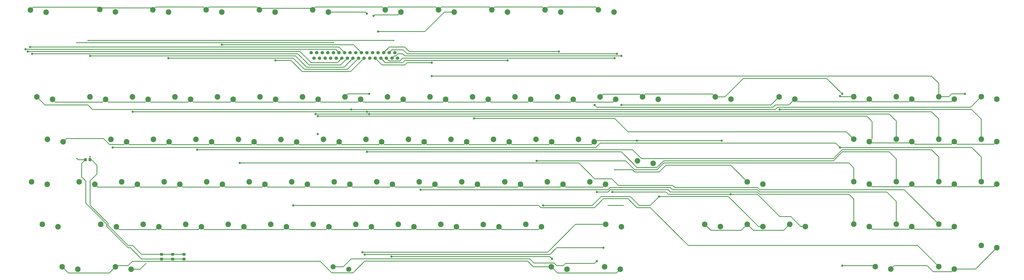
<source format=gbr>
%TF.GenerationSoftware,KiCad,Pcbnew,8.0.1*%
%TF.CreationDate,2024-06-20T10:56:08+10:00*%
%TF.ProjectId,A1200KBv2,41313230-304b-4427-9632-2e6b69636164,rev?*%
%TF.SameCoordinates,Original*%
%TF.FileFunction,Copper,L1,Top*%
%TF.FilePolarity,Positive*%
%FSLAX46Y46*%
G04 Gerber Fmt 4.6, Leading zero omitted, Abs format (unit mm)*
G04 Created by KiCad (PCBNEW 8.0.1) date 2024-06-20 10:56:08*
%MOMM*%
%LPD*%
G01*
G04 APERTURE LIST*
G04 Aperture macros list*
%AMRoundRect*
0 Rectangle with rounded corners*
0 $1 Rounding radius*
0 $2 $3 $4 $5 $6 $7 $8 $9 X,Y pos of 4 corners*
0 Add a 4 corners polygon primitive as box body*
4,1,4,$2,$3,$4,$5,$6,$7,$8,$9,$2,$3,0*
0 Add four circle primitives for the rounded corners*
1,1,$1+$1,$2,$3*
1,1,$1+$1,$4,$5*
1,1,$1+$1,$6,$7*
1,1,$1+$1,$8,$9*
0 Add four rect primitives between the rounded corners*
20,1,$1+$1,$2,$3,$4,$5,0*
20,1,$1+$1,$4,$5,$6,$7,0*
20,1,$1+$1,$6,$7,$8,$9,0*
20,1,$1+$1,$8,$9,$2,$3,0*%
G04 Aperture macros list end*
%TA.AperFunction,ComponentPad*%
%ADD10C,2.300000*%
%TD*%
%TA.AperFunction,ComponentPad*%
%ADD11C,2.500000*%
%TD*%
%TA.AperFunction,SMDPad,CuDef*%
%ADD12RoundRect,0.250000X-0.450000X0.325000X-0.450000X-0.325000X0.450000X-0.325000X0.450000X0.325000X0*%
%TD*%
%TA.AperFunction,SMDPad,CuDef*%
%ADD13RoundRect,0.250000X0.325000X0.450000X-0.325000X0.450000X-0.325000X-0.450000X0.325000X-0.450000X0*%
%TD*%
%TA.AperFunction,ComponentPad*%
%ADD14C,1.524000*%
%TD*%
%TA.AperFunction,ViaPad*%
%ADD15C,0.600000*%
%TD*%
%TA.AperFunction,ViaPad*%
%ADD16C,1.000000*%
%TD*%
%TA.AperFunction,Conductor*%
%ADD17C,0.300000*%
%TD*%
G04 APERTURE END LIST*
D10*
%TO.P,K32,2,ROW*%
%TO.N,/3*%
X173858000Y-144616800D03*
%TO.P,K32,1,COL*%
%TO.N,/27*%
X166858000Y-143566800D03*
%TD*%
D11*
%TO.P,K1,1,COL*%
%TO.N,/15*%
X38244000Y-29408000D03*
%TO.P,K1,2,ROW*%
%TO.N,/7*%
X31244000Y-28358000D03*
%TD*%
%TO.P,K60,2,ROW*%
%TO.N,/3*%
X260218000Y-125566800D03*
%TO.P,K60,1,COL*%
%TO.N,/25*%
X253218000Y-124516800D03*
%TD*%
%TO.P,K8,2,ROW*%
%TO.N,/1*%
X74290000Y-87466800D03*
%TO.P,K8,1,COL*%
%TO.N,/16*%
X67290000Y-86416800D03*
%TD*%
%TO.P,K56,2,ROW*%
%TO.N,/7*%
X238000000Y-28260000D03*
%TO.P,K56,1,COL*%
%TO.N,/26*%
X245000000Y-29310000D03*
%TD*%
%TO.P,K64,2,ROW*%
%TO.N,/1*%
X283840000Y-87466800D03*
%TO.P,K64,1,COL*%
%TO.N,/27*%
X276840000Y-86416800D03*
%TD*%
%TO.P,K68,2,ROW*%
%TO.N,/7*%
X285752000Y-28260000D03*
%TO.P,K68,1,COL*%
%TO.N,/28*%
X292752000Y-29310000D03*
%TD*%
%TO.P,K53,2,ROW*%
%TO.N,/1*%
X245740000Y-87466800D03*
%TO.P,K53,1,COL*%
%TO.N,/25*%
X238740000Y-86416800D03*
%TD*%
%TO.P,K81,2,ROW*%
%TO.N,/4*%
X407144000Y-106418400D03*
%TO.P,K81,1,COL*%
%TO.N,/26*%
X400144000Y-105368400D03*
%TD*%
%TO.P,K26,2,ROW*%
%TO.N,/3*%
X126868000Y-125566800D03*
%TO.P,K26,1,COL*%
%TO.N,/18*%
X119868000Y-124516800D03*
%TD*%
D12*
%TO.P,D3,1,K*%
%TO.N,Net-(D1-K)*%
X95000000Y-137975000D03*
%TO.P,D3,2,A*%
%TO.N,Net-(D1-A)*%
X95000000Y-140025000D03*
%TD*%
D11*
%TO.P,K41,2,ROW*%
%TO.N,/3*%
X184018000Y-125566800D03*
%TO.P,K41,1,COL*%
%TO.N,/21*%
X177018000Y-124516800D03*
%TD*%
%TO.P,K34,2,ROW*%
%TO.N,/5*%
X160142000Y-68416800D03*
%TO.P,K34,1,COL*%
%TO.N,/21*%
X153142000Y-67366800D03*
%TD*%
%TO.P,K13,2,ROW*%
%TO.N,/5*%
X83942000Y-68416800D03*
%TO.P,K13,1,COL*%
%TO.N,/17*%
X76942000Y-67366800D03*
%TD*%
%TO.P,K58,2,ROW*%
%TO.N,/1*%
X264790000Y-87466800D03*
%TO.P,K58,1,COL*%
%TO.N,/26*%
X257790000Y-86416800D03*
%TD*%
%TO.P,K52,2,ROW*%
%TO.N,/5*%
X236342000Y-68416800D03*
%TO.P,K52,1,COL*%
%TO.N,/25*%
X229342000Y-67366800D03*
%TD*%
%TO.P,K18,2,ROW*%
%TO.N,/5*%
X102992000Y-68416800D03*
%TO.P,K18,1,COL*%
%TO.N,/18*%
X95992000Y-67366800D03*
%TD*%
%TO.P,K88,2,ROW*%
%TO.N,/7*%
X445244000Y-68318400D03*
%TO.P,K88,1,COL*%
%TO.N,/24*%
X438244000Y-67268400D03*
%TD*%
%TO.P,K51,2,ROW*%
%TO.N,/7*%
X214124000Y-28260000D03*
%TO.P,K51,1,COL*%
%TO.N,/25*%
X221124000Y-29310000D03*
%TD*%
%TO.P,K12,2,ROW*%
%TO.N,/14*%
X76322000Y-144616800D03*
%TO.P,K12,1,COL*%
%TO.N,/30*%
X69322000Y-143566800D03*
%TD*%
%TO.P,K70,2,ROW*%
%TO.N,/2*%
X288920000Y-106516800D03*
%TO.P,K70,1,COL*%
%TO.N,/27*%
X281920000Y-105466800D03*
%TD*%
%TO.P,K2,2,ROW*%
%TO.N,/5*%
X41114000Y-68416800D03*
%TO.P,K2,1,COL*%
%TO.N,/15*%
X34114000Y-67366800D03*
%TD*%
%TO.P,K25,2,ROW*%
%TO.N,/2*%
X117216000Y-106516800D03*
%TO.P,K25,1,COL*%
%TO.N,/18*%
X110216000Y-105466800D03*
%TD*%
%TO.P,K17,2,ROW*%
%TO.N,/7*%
X86108000Y-28260000D03*
%TO.P,K17,1,COL*%
%TO.N,/18*%
X93108000Y-29310000D03*
%TD*%
%TO.P,K49,2,ROW*%
%TO.N,/2*%
X212466000Y-106516800D03*
%TO.P,K49,1,COL*%
%TO.N,/23*%
X205466000Y-105466800D03*
%TD*%
%TO.P,K24,2,ROW*%
%TO.N,/1*%
X131440000Y-87466800D03*
%TO.P,K24,1,COL*%
%TO.N,/19*%
X124440000Y-86416800D03*
%TD*%
%TO.P,K43,2,ROW*%
%TO.N,/5*%
X198242000Y-68416800D03*
%TO.P,K43,1,COL*%
%TO.N,/23*%
X191242000Y-67366800D03*
%TD*%
%TO.P,K47,2,ROW*%
%TO.N,/5*%
X217292000Y-68416800D03*
%TO.P,K47,1,COL*%
%TO.N,/24*%
X210292000Y-67366800D03*
%TD*%
D12*
%TO.P,D4,1,K*%
%TO.N,Net-(D1-K)*%
X90000000Y-137975000D03*
%TO.P,D4,2,A*%
%TO.N,Net-(D1-A)*%
X90000000Y-140025000D03*
%TD*%
D11*
%TO.P,K48,2,ROW*%
%TO.N,/1*%
X226690000Y-87466800D03*
%TO.P,K48,1,COL*%
%TO.N,/24*%
X219690000Y-86416800D03*
%TD*%
%TO.P,K69,2,ROW*%
%TO.N,/5*%
X293492000Y-68416800D03*
%TO.P,K69,1,COL*%
%TO.N,/28*%
X286492000Y-67366800D03*
%TD*%
%TO.P,K85,2,ROW*%
%TO.N,/4*%
X426194000Y-87368400D03*
%TO.P,K85,1,COL*%
%TO.N,/21*%
X419194000Y-86318400D03*
%TD*%
%TO.P,K35,2,ROW*%
%TO.N,/1*%
X169540000Y-87466800D03*
%TO.P,K35,1,COL*%
%TO.N,/21*%
X162540000Y-86416800D03*
%TD*%
%TO.P,K40,2,ROW*%
%TO.N,/2*%
X174366000Y-106516800D03*
%TO.P,K40,1,COL*%
%TO.N,/21*%
X167366000Y-105466800D03*
%TD*%
%TO.P,K37,2,ROW*%
%TO.N,/3*%
X164968000Y-125566800D03*
%TO.P,K37,1,COL*%
%TO.N,/20*%
X157968000Y-124516800D03*
%TD*%
%TO.P,K20,2,ROW*%
%TO.N,/2*%
X98166000Y-106516800D03*
%TO.P,K20,1,COL*%
%TO.N,/17*%
X91166000Y-105466800D03*
%TD*%
%TO.P,K75,2,ROW*%
%TO.N,/29*%
X359465200Y-106466000D03*
%TO.P,K75,1,COL*%
%TO.N,/5*%
X352465200Y-105416000D03*
%TD*%
%TO.P,K67,2,ROW*%
%TO.N,/30*%
X295524000Y-144616800D03*
%TO.P,K67,1,COL*%
%TO.N,/8*%
X288524000Y-143566800D03*
%TD*%
%TO.P,K7,2,ROW*%
%TO.N,/5*%
X64892000Y-68416800D03*
%TO.P,K7,1,COL*%
%TO.N,/16*%
X57892000Y-67366800D03*
%TD*%
%TO.P,K76,2,ROW*%
%TO.N,/3*%
X359465200Y-125516000D03*
%TO.P,K76,1,COL*%
%TO.N,/29*%
X352465200Y-124466000D03*
%TD*%
%TO.P,K5,2,ROW*%
%TO.N,/12*%
X43556000Y-125566800D03*
%TO.P,K5,1,COL*%
%TO.N,/30*%
X36556000Y-124516800D03*
%TD*%
%TO.P,K9,2,ROW*%
%TO.N,/2*%
X60066000Y-106516800D03*
%TO.P,K9,1,COL*%
%TO.N,/15*%
X53066000Y-105466800D03*
%TD*%
%TO.P,K71,2,ROW*%
%TO.N,/28*%
X310256000Y-97118800D03*
%TO.P,K71,1,COL*%
%TO.N,/1*%
X303256000Y-96068800D03*
%TD*%
%TO.P,K77,2,ROW*%
%TO.N,/7*%
X373739200Y-68352000D03*
%TO.P,K77,1,COL*%
%TO.N,/29*%
X366739200Y-67302000D03*
%TD*%
%TO.P,K31,2,ROW*%
%TO.N,/3*%
X145918000Y-125566800D03*
%TO.P,K31,1,COL*%
%TO.N,/19*%
X138918000Y-124516800D03*
%TD*%
%TO.P,K19,2,ROW*%
%TO.N,/1*%
X112390000Y-87466800D03*
%TO.P,K19,1,COL*%
%TO.N,/18*%
X105390000Y-86416800D03*
%TD*%
%TO.P,K73,2,ROW*%
%TO.N,/1*%
X340415200Y-125516000D03*
%TO.P,K73,1,COL*%
%TO.N,/29*%
X333415200Y-124466000D03*
%TD*%
%TO.P,K86,2,ROW*%
%TO.N,/4*%
X426194000Y-106418400D03*
%TO.P,K86,1,COL*%
%TO.N,/22*%
X419194000Y-105368400D03*
%TD*%
%TO.P,K90,2,ROW*%
%TO.N,/4*%
X445244000Y-106418400D03*
%TO.P,K90,1,COL*%
%TO.N,/18*%
X438244000Y-105368400D03*
%TD*%
%TO.P,K57,2,ROW*%
%TO.N,/5*%
X255392000Y-68416800D03*
%TO.P,K57,1,COL*%
%TO.N,/26*%
X248392000Y-67366800D03*
%TD*%
%TO.P,K59,2,ROW*%
%TO.N,/2*%
X250820000Y-106516800D03*
%TO.P,K59,1,COL*%
%TO.N,/25*%
X243820000Y-105466800D03*
%TD*%
%TO.P,K15,2,ROW*%
%TO.N,/2*%
X79116000Y-106516800D03*
%TO.P,K15,1,COL*%
%TO.N,/16*%
X72116000Y-105466800D03*
%TD*%
%TO.P,K33,2,ROW*%
%TO.N,/7*%
X157736000Y-28260000D03*
%TO.P,K33,1,COL*%
%TO.N,/21*%
X164736000Y-29310000D03*
%TD*%
%TO.P,K29,2,ROW*%
%TO.N,/1*%
X150490000Y-87545600D03*
%TO.P,K29,1,COL*%
%TO.N,/20*%
X143490000Y-86495600D03*
%TD*%
%TO.P,K16,2,ROW*%
%TO.N,/3*%
X88768000Y-125566800D03*
%TO.P,K16,1,COL*%
%TO.N,/16*%
X81768000Y-124516800D03*
%TD*%
%TO.P,K93,2,ROW*%
%TO.N,/4*%
X464294000Y-68318400D03*
%TO.P,K93,1,COL*%
%TO.N,/15*%
X457294000Y-67268400D03*
%TD*%
%TO.P,K54,2,ROW*%
%TO.N,/2*%
X231516000Y-106516800D03*
%TO.P,K54,1,COL*%
%TO.N,/24*%
X224516000Y-105466800D03*
%TD*%
%TO.P,K28,2,ROW*%
%TO.N,/5*%
X141092000Y-68416800D03*
%TO.P,K28,1,COL*%
%TO.N,/20*%
X134092000Y-67366800D03*
%TD*%
%TO.P,K27,2,ROW*%
%TO.N,/7*%
X133860000Y-28260000D03*
%TO.P,K27,1,COL*%
%TO.N,/20*%
X140860000Y-29310000D03*
%TD*%
%TO.P,K11,2,ROW*%
%TO.N,/7*%
X62292400Y-28144800D03*
%TO.P,K11,1,COL*%
%TO.N,/17*%
X69292400Y-29194800D03*
%TD*%
%TO.P,K55,2,ROW*%
%TO.N,/3*%
X241162000Y-125588800D03*
%TO.P,K55,1,COL*%
%TO.N,/24*%
X234162000Y-124538800D03*
%TD*%
%TO.P,K4,2,ROW*%
%TO.N,/11*%
X38730000Y-106516800D03*
%TO.P,K4,1,COL*%
%TO.N,/30*%
X31730000Y-105466800D03*
%TD*%
%TO.P,K92,2,ROW*%
%TO.N,/4*%
X445244000Y-144518400D03*
%TO.P,K92,1,COL*%
%TO.N,/20*%
X438244000Y-143468400D03*
%TD*%
%TO.P,K10,2,ROW*%
%TO.N,/3*%
X69718000Y-125566800D03*
%TO.P,K10,1,COL*%
%TO.N,/15*%
X62718000Y-124516800D03*
%TD*%
%TO.P,K95,2,ROW*%
%TO.N,/4*%
X464294000Y-106418400D03*
%TO.P,K95,1,COL*%
%TO.N,/16*%
X457294000Y-105368400D03*
%TD*%
%TO.P,K65,2,ROW*%
%TO.N,/2*%
X269870000Y-106516800D03*
%TO.P,K65,1,COL*%
%TO.N,/26*%
X262870000Y-105466800D03*
%TD*%
%TO.P,K21,2,ROW*%
%TO.N,/3*%
X107818000Y-125566800D03*
%TO.P,K21,1,COL*%
%TO.N,/17*%
X100818000Y-124516800D03*
%TD*%
%TO.P,K74,2,ROW*%
%TO.N,/2*%
X345143200Y-68352000D03*
%TO.P,K74,1,COL*%
%TO.N,/28*%
X338143200Y-67302000D03*
%TD*%
%TO.P,K39,2,ROW*%
%TO.N,/1*%
X188590000Y-87466800D03*
%TO.P,K39,1,COL*%
%TO.N,/22*%
X181590000Y-86416800D03*
%TD*%
%TO.P,K23,2,ROW*%
%TO.N,/5*%
X122042000Y-68416800D03*
%TO.P,K23,1,COL*%
%TO.N,/19*%
X115042000Y-67366800D03*
%TD*%
%TO.P,K82,2,ROW*%
%TO.N,/4*%
X407144000Y-125468400D03*
%TO.P,K82,1,COL*%
%TO.N,/27*%
X400144000Y-124418400D03*
%TD*%
%TO.P,K87,2,ROW*%
%TO.N,/4*%
X426194000Y-125468400D03*
%TO.P,K87,1,COL*%
%TO.N,/23*%
X419194000Y-124418400D03*
%TD*%
%TO.P,K61,2,ROW*%
%TO.N,/10*%
X271648000Y-144616800D03*
%TO.P,K61,1,COL*%
%TO.N,/30*%
X264648000Y-143566800D03*
%TD*%
%TO.P,K66,2,ROW*%
%TO.N,/30*%
X296032000Y-125566800D03*
%TO.P,K66,1,COL*%
%TO.N,/6*%
X289032000Y-124516800D03*
%TD*%
%TO.P,K78,2,ROW*%
%TO.N,/2*%
X378515200Y-125516000D03*
%TO.P,K78,1,COL*%
%TO.N,/29*%
X371515200Y-124466000D03*
%TD*%
D12*
%TO.P,D2,1,K*%
%TO.N,Net-(D1-K)*%
X100000000Y-137975000D03*
%TO.P,D2,2,A*%
%TO.N,Net-(D1-A)*%
X100000000Y-140025000D03*
%TD*%
D11*
%TO.P,K80,2,ROW*%
%TO.N,/4*%
X407144000Y-87368400D03*
%TO.P,K80,1,COL*%
%TO.N,/25*%
X400144000Y-86318400D03*
%TD*%
%TO.P,K63,2,ROW*%
%TO.N,/5*%
X274442000Y-68416800D03*
%TO.P,K63,1,COL*%
%TO.N,/27*%
X267442000Y-67366800D03*
%TD*%
%TO.P,K22,2,ROW*%
%TO.N,/7*%
X109984000Y-28288000D03*
%TO.P,K22,1,COL*%
%TO.N,/19*%
X116984000Y-29338000D03*
%TD*%
%TO.P,K38,2,ROW*%
%TO.N,/5*%
X179192000Y-68416800D03*
%TO.P,K38,1,COL*%
%TO.N,/22*%
X172192000Y-67366800D03*
%TD*%
%TO.P,K14,2,ROW*%
%TO.N,/1*%
X93340000Y-87466800D03*
%TO.P,K14,1,COL*%
%TO.N,/17*%
X86340000Y-86416800D03*
%TD*%
%TO.P,K96,2,ROW*%
%TO.N,/4*%
X464294000Y-135020400D03*
%TO.P,K96,1,COL*%
%TO.N,/24*%
X457294000Y-133970400D03*
%TD*%
%TO.P,K83,2,ROW*%
%TO.N,/4*%
X416796000Y-144518400D03*
%TO.P,K83,1,COL*%
%TO.N,/28*%
X409796000Y-143468400D03*
%TD*%
%TO.P,K36,2,ROW*%
%TO.N,/2*%
X155316000Y-106516800D03*
%TO.P,K36,1,COL*%
%TO.N,/20*%
X148316000Y-105466800D03*
%TD*%
%TO.P,K42,2,ROW*%
%TO.N,/7*%
X190242000Y-28260000D03*
%TO.P,K42,1,COL*%
%TO.N,/23*%
X197242000Y-29310000D03*
%TD*%
%TO.P,K44,2,ROW*%
%TO.N,/1*%
X207640000Y-87466800D03*
%TO.P,K44,1,COL*%
%TO.N,/23*%
X200640000Y-86416800D03*
%TD*%
%TO.P,K84,2,ROW*%
%TO.N,/7*%
X426194000Y-68318400D03*
%TO.P,K84,1,COL*%
%TO.N,/22*%
X419194000Y-67268400D03*
%TD*%
%TO.P,K94,2,ROW*%
%TO.N,/4*%
X464294000Y-87368400D03*
%TO.P,K94,1,COL*%
%TO.N,/29*%
X457294000Y-86318400D03*
%TD*%
%TO.P,K50,2,ROW*%
%TO.N,/3*%
X222122000Y-125568800D03*
%TO.P,K50,1,COL*%
%TO.N,/23*%
X215122000Y-124518800D03*
%TD*%
%TO.P,K46,2,ROW*%
%TO.N,/3*%
X203068000Y-125566800D03*
%TO.P,K46,1,COL*%
%TO.N,/22*%
X196068000Y-124516800D03*
%TD*%
%TO.P,K89,2,ROW*%
%TO.N,/4*%
X445244000Y-87368400D03*
%TO.P,K89,1,COL*%
%TO.N,/17*%
X438244000Y-86318400D03*
%TD*%
%TO.P,K62,2,ROW*%
%TO.N,/7*%
X261876000Y-28260000D03*
%TO.P,K62,1,COL*%
%TO.N,/27*%
X268876000Y-29310000D03*
%TD*%
%TO.P,K45,2,ROW*%
%TO.N,/2*%
X193416000Y-106516800D03*
%TO.P,K45,1,COL*%
%TO.N,/22*%
X186416000Y-105466800D03*
%TD*%
%TO.P,K91,2,ROW*%
%TO.N,/4*%
X445244000Y-125468400D03*
%TO.P,K91,1,COL*%
%TO.N,/19*%
X438244000Y-124418400D03*
%TD*%
%TO.P,K30,2,ROW*%
%TO.N,/2*%
X136266000Y-106516800D03*
%TO.P,K30,1,COL*%
%TO.N,/19*%
X129266000Y-105466800D03*
%TD*%
%TO.P,K6,2,ROW*%
%TO.N,/13*%
X52446000Y-144616800D03*
%TO.P,K6,1,COL*%
%TO.N,/30*%
X45446000Y-143566800D03*
%TD*%
%TO.P,K79,2,ROW*%
%TO.N,/7*%
X407144000Y-68318400D03*
%TO.P,K79,1,COL*%
%TO.N,/16*%
X400144000Y-67268400D03*
%TD*%
%TO.P,K72,2,ROW*%
%TO.N,/3*%
X312542000Y-68416800D03*
%TO.P,K72,1,COL*%
%TO.N,/28*%
X305542000Y-67366800D03*
%TD*%
D13*
%TO.P,D1,1,K*%
%TO.N,Net-(D1-K)*%
X57876765Y-95557615D03*
%TO.P,D1,2,A*%
%TO.N,Net-(D1-A)*%
X55826765Y-95557615D03*
%TD*%
D11*
%TO.P,K3,2,ROW*%
%TO.N,/1*%
X45842000Y-87466800D03*
%TO.P,K3,1,COL*%
%TO.N,/15*%
X38842000Y-86416800D03*
%TD*%
D14*
%TO.P,J1,1,Pin_1*%
%TO.N,/1*%
X157000000Y-47500000D03*
%TO.P,J1,2,Pin_2*%
%TO.N,/2*%
X158250000Y-50000000D03*
%TO.P,J1,3,Pin_3*%
%TO.N,/3*%
X159500000Y-47500000D03*
%TO.P,J1,4,Pin_4*%
%TO.N,/4*%
X160750000Y-50000000D03*
%TO.P,J1,5,Pin_5*%
%TO.N,/5*%
X162000000Y-47500000D03*
%TO.P,J1,6,Pin_6*%
%TO.N,/6*%
X163250000Y-50000000D03*
%TO.P,J1,7,Pin_7*%
%TO.N,/7*%
X164500000Y-47500000D03*
%TO.P,J1,8,Pin_8*%
%TO.N,/8*%
X165750000Y-50000000D03*
%TO.P,J1,9,Pin_9*%
%TO.N,Net-(D1-A)*%
X167000000Y-47500000D03*
%TO.P,J1,10,Pin_10*%
%TO.N,/10*%
X168250000Y-50000000D03*
%TO.P,J1,11,Pin_11*%
%TO.N,/11*%
X169500000Y-47500000D03*
%TO.P,J1,12,Pin_12*%
%TO.N,/12*%
X170750000Y-50000000D03*
%TO.P,J1,13,Pin_13*%
%TO.N,/13*%
X172000000Y-47500000D03*
%TO.P,J1,14,Pin_14*%
%TO.N,/14*%
X173250000Y-50000000D03*
%TO.P,J1,15,Pin_15*%
%TO.N,/15*%
X174500000Y-47500000D03*
%TO.P,J1,16,Pin_16*%
%TO.N,/16*%
X175750000Y-50000000D03*
%TO.P,J1,17,Pin_17*%
%TO.N,/17*%
X177000000Y-47500000D03*
%TO.P,J1,18,Pin_18*%
%TO.N,/18*%
X178250000Y-50000000D03*
%TO.P,J1,19,Pin_19*%
%TO.N,/19*%
X179500000Y-47500000D03*
%TO.P,J1,20,Pin_20*%
%TO.N,/20*%
X180750000Y-50000000D03*
%TO.P,J1,21,Pin_21*%
%TO.N,/21*%
X182000000Y-47500000D03*
%TO.P,J1,22,Pin_22*%
%TO.N,/22*%
X183250000Y-50000000D03*
%TO.P,J1,23,Pin_23*%
%TO.N,/23*%
X184500000Y-47500000D03*
%TO.P,J1,24,Pin_24*%
%TO.N,/24*%
X185750000Y-50000000D03*
%TO.P,J1,25,Pin_25*%
%TO.N,/25*%
X187000000Y-47500000D03*
%TO.P,J1,26,Pin_26*%
%TO.N,/26*%
X188250000Y-50000000D03*
%TO.P,J1,27,Pin_27*%
%TO.N,/27*%
X189500000Y-47500000D03*
%TO.P,J1,28,Pin_28*%
%TO.N,/28*%
X190750000Y-50000000D03*
%TO.P,J1,29,Pin_29*%
%TO.N,/29*%
X192000000Y-47500000D03*
%TO.P,J1,30,Pin_30*%
%TO.N,/30*%
X193250000Y-50000000D03*
%TO.P,J1,31,Pin_31*%
%TO.N,Net-(D1-K)*%
X194500000Y-47500000D03*
%TO.P,J1,32,Pin_32*%
%TO.N,unconnected-(J1-Pin_32-Pad32)*%
X195750000Y-50000000D03*
%TD*%
D15*
%TO.N,/5*%
X293000000Y-100000000D03*
%TO.N,Net-(D1-K)*%
X58000000Y-94000000D03*
X57000000Y-42000000D03*
X194000000Y-42000000D03*
%TO.N,Net-(D1-A)*%
X52000000Y-43000000D03*
X52000000Y-95000000D03*
X167000000Y-43000000D03*
D16*
%TO.N,/7*%
X284000000Y-71000000D03*
%TO.N,/15*%
X175000000Y-73000000D03*
%TO.N,/1*%
X303000000Y-87000000D03*
X341000000Y-87000000D03*
%TO.N,/30*%
X296000000Y-49000000D03*
%TO.N,/11*%
X29000000Y-46000000D03*
%TO.N,/12*%
X30000000Y-47000000D03*
%TO.N,/13*%
X31000000Y-45000000D03*
%TO.N,/16*%
X394000000Y-67000000D03*
X58000000Y-49000000D03*
X394000000Y-90000000D03*
X68000000Y-90000000D03*
%TO.N,/2*%
X292000000Y-110000000D03*
X345000000Y-111000000D03*
%TO.N,/3*%
X313000000Y-112000000D03*
X261000000Y-116000000D03*
%TO.N,/17*%
X182000000Y-74000000D03*
X77000000Y-74000000D03*
%TO.N,/14*%
X32000000Y-48000000D03*
%TO.N,/18*%
X93000000Y-50000000D03*
X106000000Y-91000000D03*
%TO.N,/19*%
X125000000Y-97000000D03*
X117000000Y-44000000D03*
%TO.N,/20*%
X141000000Y-51000000D03*
X149000000Y-116000000D03*
%TO.N,/27*%
X268000000Y-47000000D03*
X285000000Y-110000000D03*
X285000000Y-141000000D03*
%TO.N,/21*%
X183000000Y-75000000D03*
X182000000Y-30000000D03*
X159000000Y-75000000D03*
%TO.N,/22*%
X182000000Y-92000000D03*
X183000000Y-66000000D03*
%TO.N,/23*%
X206000000Y-109000000D03*
X185000000Y-31000000D03*
%TO.N,/24*%
X211000000Y-58000000D03*
X211000000Y-52000000D03*
X450000000Y-66000000D03*
%TO.N,/25*%
X187000000Y-38000000D03*
X230000000Y-77000000D03*
%TO.N,/26*%
X258000000Y-96000000D03*
X245000000Y-51000000D03*
%TO.N,/10*%
X265000000Y-140000000D03*
X193000000Y-139000000D03*
%TO.N,/6*%
X180000000Y-137000000D03*
%TO.N,/8*%
X181000000Y-138000000D03*
X288000000Y-135000000D03*
%TO.N,/28*%
X395000000Y-66000000D03*
X293000000Y-50000000D03*
X395000000Y-143000000D03*
%TO.N,/29*%
X294000000Y-48000000D03*
X367000000Y-73000000D03*
X296000000Y-71000000D03*
%TO.N,/4*%
X160000000Y-84000000D03*
X160000000Y-76000000D03*
%TD*%
D17*
%TO.N,/27*%
X400144000Y-124418400D02*
X400144000Y-113144000D01*
X290000000Y-110000000D02*
X285000000Y-110000000D01*
X400144000Y-113144000D02*
X398000000Y-111000000D01*
X357000000Y-110000000D02*
X318000000Y-110000000D01*
X398000000Y-111000000D02*
X358000000Y-111000000D01*
X358000000Y-111000000D02*
X357000000Y-110000000D01*
X318000000Y-110000000D02*
X317000000Y-109000000D01*
X317000000Y-109000000D02*
X291000000Y-109000000D01*
X291000000Y-109000000D02*
X290000000Y-110000000D01*
%TO.N,/2*%
X316000000Y-110000000D02*
X292000000Y-110000000D01*
X344000000Y-111000000D02*
X317000000Y-111000000D01*
X317000000Y-111000000D02*
X316000000Y-110000000D01*
%TO.N,/23*%
X419194000Y-124418400D02*
X419194000Y-114194000D01*
X419194000Y-114194000D02*
X415000000Y-110000000D01*
X415000000Y-110000000D02*
X358000000Y-110000000D01*
X358000000Y-110000000D02*
X357000000Y-109000000D01*
X357000000Y-109000000D02*
X319000000Y-109000000D01*
X290000000Y-109000000D02*
X206000000Y-109000000D01*
X319000000Y-109000000D02*
X318000000Y-108000000D01*
X318000000Y-108000000D02*
X291000000Y-108000000D01*
X291000000Y-108000000D02*
X290000000Y-109000000D01*
%TO.N,/19*%
X438244000Y-124418400D02*
X422825600Y-109000000D01*
X320000000Y-108000000D02*
X319000000Y-107000000D01*
X422825600Y-109000000D02*
X358000000Y-109000000D01*
X358000000Y-109000000D02*
X357000000Y-108000000D01*
X291698297Y-104041800D02*
X284041800Y-104041800D01*
X357000000Y-108000000D02*
X320000000Y-108000000D01*
X284041800Y-104041800D02*
X277000000Y-97000000D01*
X319000000Y-107000000D02*
X294656497Y-107000000D01*
X294656497Y-107000000D02*
X291698297Y-104041800D01*
X277000000Y-97000000D02*
X125000000Y-97000000D01*
%TO.N,/5*%
X301000000Y-100000000D02*
X293000000Y-100000000D01*
X302000000Y-101000000D02*
X301000000Y-100000000D01*
X352465200Y-105416000D02*
X345049200Y-98000000D01*
X345049200Y-98000000D02*
X316000000Y-98000000D01*
X316000000Y-98000000D02*
X313000000Y-101000000D01*
X313000000Y-101000000D02*
X302000000Y-101000000D01*
%TO.N,/20*%
X438244000Y-143468400D02*
X428775600Y-134000000D01*
X428775600Y-134000000D02*
X326000000Y-134000000D01*
X326000000Y-134000000D02*
X309000000Y-117000000D01*
X309000000Y-117000000D02*
X303000000Y-117000000D01*
X303000000Y-117000000D02*
X299000000Y-113000000D01*
X299000000Y-113000000D02*
X288000000Y-113000000D01*
X288000000Y-113000000D02*
X284000000Y-117000000D01*
X284000000Y-117000000D02*
X260000000Y-117000000D01*
X260000000Y-117000000D02*
X259000000Y-116000000D01*
X259000000Y-116000000D02*
X149000000Y-116000000D01*
%TO.N,/3*%
X261000000Y-116000000D02*
X283000000Y-116000000D01*
X304000000Y-116000000D02*
X309000000Y-116000000D01*
X283000000Y-116000000D02*
X287000000Y-112000000D01*
X287000000Y-112000000D02*
X300000000Y-112000000D01*
X300000000Y-112000000D02*
X304000000Y-116000000D01*
X309000000Y-116000000D02*
X313000000Y-112000000D01*
%TO.N,*%
X290000000Y-116000000D02*
X297000000Y-116000000D01*
%TO.N,/25*%
X400144000Y-86318400D02*
X396825600Y-83000000D01*
X396825600Y-83000000D02*
X299000000Y-83000000D01*
X299000000Y-83000000D02*
X293000000Y-77000000D01*
X293000000Y-77000000D02*
X230000000Y-77000000D01*
%TO.N,/24*%
X450000000Y-66000000D02*
X444000000Y-66000000D01*
X444000000Y-66000000D02*
X442731600Y-67268400D01*
X442731600Y-67268400D02*
X438244000Y-67268400D01*
%TO.N,/4*%
X416796000Y-144518400D02*
X418314400Y-143000000D01*
X418314400Y-143000000D02*
X433000000Y-143000000D01*
X433000000Y-143000000D02*
X435768399Y-145768399D01*
X435768399Y-145768399D02*
X443994001Y-145768399D01*
X443994001Y-145768399D02*
X445244000Y-144518400D01*
%TO.N,/28*%
X409796000Y-143468400D02*
X409327600Y-143000000D01*
X409327600Y-143000000D02*
X395000000Y-143000000D01*
%TO.N,/6*%
X262000000Y-137000000D02*
X180000000Y-137000000D01*
X263000000Y-137000000D02*
X262000000Y-137000000D01*
X289032000Y-124516800D02*
X275483200Y-124516800D01*
X275483200Y-124516800D02*
X263000000Y-137000000D01*
%TO.N,/8*%
X263000000Y-138000000D02*
X181000000Y-138000000D01*
X264000000Y-138000000D02*
X263000000Y-138000000D01*
X288000000Y-135000000D02*
X267000000Y-135000000D01*
X267000000Y-135000000D02*
X264000000Y-138000000D01*
%TO.N,/10*%
X252000000Y-139000000D02*
X193000000Y-139000000D01*
X265000000Y-140000000D02*
X264000000Y-139000000D01*
X264000000Y-139000000D02*
X252000000Y-139000000D01*
%TO.N,/27*%
X285000000Y-141000000D02*
X284000000Y-142000000D01*
X284000000Y-142000000D02*
X271000000Y-142000000D01*
X271000000Y-142000000D02*
X270000000Y-143000000D01*
X270000000Y-143000000D02*
X267000000Y-143000000D01*
X267000000Y-143000000D02*
X265866800Y-141866800D01*
X171433200Y-143566800D02*
X166858000Y-143566800D01*
X265866800Y-141866800D02*
X256866800Y-141866800D01*
X256866800Y-141866800D02*
X255000000Y-140000000D01*
X255000000Y-140000000D02*
X175000000Y-140000000D01*
X175000000Y-140000000D02*
X171433200Y-143566800D01*
%TO.N,/30*%
X264648000Y-143566800D02*
X256566800Y-143566800D01*
X256566800Y-143566800D02*
X254000000Y-141000000D01*
X254000000Y-141000000D02*
X181000000Y-141000000D01*
X69888800Y-143000000D02*
X69322000Y-143566800D01*
X181000000Y-141000000D02*
X175783200Y-146216800D01*
X175783200Y-146216800D02*
X166216800Y-146216800D01*
X166216800Y-146216800D02*
X161000000Y-141000000D01*
X160950000Y-141050000D02*
X76950000Y-141050000D01*
X161000000Y-141000000D02*
X160950000Y-141050000D01*
X76950000Y-141050000D02*
X75000000Y-143000000D01*
X75000000Y-143000000D02*
X69888800Y-143000000D01*
%TO.N,/14*%
X80383200Y-144616800D02*
X83000000Y-142000000D01*
X76322000Y-144616800D02*
X80383200Y-144616800D01*
%TO.N,/21*%
X182000000Y-30000000D02*
X181310000Y-29310000D01*
X181310000Y-29310000D02*
X164736000Y-29310000D01*
%TO.N,/28*%
X338143200Y-67302000D02*
X342474749Y-67302000D01*
X342474749Y-67302000D02*
X350776749Y-59000000D01*
X350776749Y-59000000D02*
X388000000Y-59000000D01*
X388000000Y-59000000D02*
X395000000Y-66000000D01*
%TO.N,Net-(D1-K)*%
X57876765Y-94123235D02*
X58000000Y-94000000D01*
X57876765Y-95557615D02*
X57876765Y-94123235D01*
X193000000Y-42000000D02*
X57000000Y-42000000D01*
X194000000Y-42000000D02*
X193000000Y-42000000D01*
%TO.N,Net-(D1-A)*%
X55826765Y-95557615D02*
X54191000Y-97193380D01*
X65400000Y-124400000D02*
X65400000Y-125400000D01*
X54191000Y-97193380D02*
X54191000Y-103191000D01*
X54191000Y-103191000D02*
X56000000Y-105000000D01*
X56000000Y-105000000D02*
X56000000Y-115000000D01*
X56000000Y-115000000D02*
X65400000Y-124400000D01*
X65400000Y-125400000D02*
X75000000Y-135000000D01*
%TO.N,Net-(D1-K)*%
X61000000Y-102000000D02*
X61000000Y-98000000D01*
X58000000Y-105000000D02*
X61000000Y-102000000D01*
X66000000Y-125000000D02*
X66000000Y-124000000D01*
X80975000Y-137975000D02*
X77000000Y-134000000D01*
X90000000Y-137975000D02*
X80975000Y-137975000D01*
X58000000Y-116000000D02*
X58000000Y-105000000D01*
X77000000Y-134000000D02*
X75000000Y-134000000D01*
X75000000Y-134000000D02*
X66000000Y-125000000D01*
X66000000Y-124000000D02*
X58000000Y-116000000D01*
X61000000Y-98000000D02*
X58557615Y-95557615D01*
X58557615Y-95557615D02*
X57876765Y-95557615D01*
X95000000Y-137975000D02*
X90000000Y-137975000D01*
X100000000Y-137975000D02*
X95000000Y-137975000D01*
%TO.N,Net-(D1-A)*%
X76000000Y-135000000D02*
X75000000Y-135000000D01*
X90000000Y-140025000D02*
X81025000Y-140025000D01*
X81025000Y-140025000D02*
X76000000Y-135000000D01*
X95000000Y-140025000D02*
X90000000Y-140025000D01*
X100000000Y-140025000D02*
X95000000Y-140025000D01*
X167000000Y-43000000D02*
X52000000Y-43000000D01*
X52557615Y-95557615D02*
X52000000Y-95000000D01*
X55826765Y-95557615D02*
X52557615Y-95557615D01*
%TO.N,/7*%
X239249999Y-27010001D02*
X260626001Y-27010001D01*
X407144000Y-68318400D02*
X405894001Y-69568399D01*
X133860000Y-28260000D02*
X134240000Y-28260000D01*
X158985999Y-27010001D02*
X188992001Y-27010001D01*
X284502001Y-27010001D02*
X285752000Y-28260000D01*
X61255601Y-27108001D02*
X62292400Y-28144800D01*
X32493999Y-27108001D02*
X61255601Y-27108001D01*
X261876000Y-28260000D02*
X263125999Y-27010001D01*
X215373999Y-27010001D02*
X236750001Y-27010001D01*
X365000000Y-71000000D02*
X371091200Y-71000000D01*
X263125999Y-27010001D02*
X284502001Y-27010001D01*
X157736000Y-28260000D02*
X158985999Y-27010001D01*
X85342800Y-27494800D02*
X86108000Y-28260000D01*
X285000000Y-72000000D02*
X364000000Y-72000000D01*
X408393999Y-69568399D02*
X407144000Y-68318400D01*
X427443999Y-69568399D02*
X443994001Y-69568399D01*
X108706001Y-27010001D02*
X109984000Y-28288000D01*
X62292400Y-28144800D02*
X62605200Y-28144800D01*
X132638001Y-27038001D02*
X133860000Y-28260000D01*
X426194000Y-68318400D02*
X427443999Y-69568399D01*
X443994001Y-69568399D02*
X445244000Y-68318400D01*
X134890000Y-27610000D02*
X157086000Y-27610000D01*
X405894001Y-69568399D02*
X374955599Y-69568399D01*
X188992001Y-27010001D02*
X190242000Y-28260000D01*
X426194000Y-68318400D02*
X424944001Y-69568399D01*
X236750001Y-27010001D02*
X238000000Y-28260000D01*
X374955599Y-69568399D02*
X373739200Y-68352000D01*
X212874001Y-27010001D02*
X214124000Y-28260000D01*
X371091200Y-71000000D02*
X373739200Y-68352000D01*
X111233999Y-27038001D02*
X132638001Y-27038001D01*
X134240000Y-28260000D02*
X134890000Y-27610000D01*
X86108000Y-28260000D02*
X87357999Y-27010001D01*
X284000000Y-71000000D02*
X285000000Y-72000000D01*
X260626001Y-27010001D02*
X261876000Y-28260000D01*
X424944001Y-69568399D02*
X408393999Y-69568399D01*
X62605200Y-28144800D02*
X63255200Y-27494800D01*
X157086000Y-27610000D02*
X157736000Y-28260000D01*
X191491999Y-27010001D02*
X212874001Y-27010001D01*
X214124000Y-28260000D02*
X215373999Y-27010001D01*
X63255200Y-27494800D02*
X85342800Y-27494800D01*
X109984000Y-28288000D02*
X111233999Y-27038001D01*
X190242000Y-28260000D02*
X191491999Y-27010001D01*
X364000000Y-72000000D02*
X365000000Y-71000000D01*
X31244000Y-28358000D02*
X32493999Y-27108001D01*
X238000000Y-28260000D02*
X239249999Y-27010001D01*
X87357999Y-27010001D02*
X108706001Y-27010001D01*
%TO.N,/15*%
X37747200Y-71000000D02*
X34114000Y-67366800D01*
X366000000Y-72000000D02*
X365000000Y-73000000D01*
X365000000Y-73000000D02*
X59000000Y-73000000D01*
X59000000Y-73000000D02*
X57000000Y-71000000D01*
X452562400Y-72000000D02*
X366000000Y-72000000D01*
X57000000Y-71000000D02*
X37747200Y-71000000D01*
X457294000Y-67268400D02*
X452562400Y-72000000D01*
%TO.N,/5*%
X63642001Y-69666799D02*
X64892000Y-68416800D01*
X273192001Y-69666799D02*
X274442000Y-68416800D01*
X237591999Y-69666799D02*
X254142001Y-69666799D01*
X123291999Y-69666799D02*
X139842001Y-69666799D01*
X160142000Y-68416800D02*
X161391999Y-69666799D01*
X275691999Y-69666799D02*
X292242001Y-69666799D01*
X64892000Y-68416800D02*
X66141999Y-69666799D01*
X101742001Y-69666799D02*
X102992000Y-68416800D01*
X120792001Y-69666799D02*
X122042000Y-68416800D01*
X139842001Y-69666799D02*
X141092000Y-68416800D01*
X141092000Y-68416800D02*
X142341999Y-69666799D01*
X198242000Y-68416800D02*
X199491999Y-69666799D01*
X83942000Y-68416800D02*
X85191999Y-69666799D01*
X158892001Y-69666799D02*
X160142000Y-68416800D01*
X254142001Y-69666799D02*
X255392000Y-68416800D01*
X217292000Y-68416800D02*
X218541999Y-69666799D01*
X179192000Y-68416800D02*
X180441999Y-69666799D01*
X292242001Y-69666799D02*
X293492000Y-68416800D01*
X42363999Y-69666799D02*
X63642001Y-69666799D01*
X216042001Y-69666799D02*
X217292000Y-68416800D01*
X161391999Y-69666799D02*
X177942001Y-69666799D01*
X177942001Y-69666799D02*
X179192000Y-68416800D01*
X104241999Y-69666799D02*
X120792001Y-69666799D01*
X199491999Y-69666799D02*
X216042001Y-69666799D01*
X66141999Y-69666799D02*
X82692001Y-69666799D01*
X85191999Y-69666799D02*
X101742001Y-69666799D01*
X82692001Y-69666799D02*
X83942000Y-68416800D01*
X142341999Y-69666799D02*
X158892001Y-69666799D01*
X102992000Y-68416800D02*
X104241999Y-69666799D01*
X218541999Y-69666799D02*
X235092001Y-69666799D01*
X235092001Y-69666799D02*
X236342000Y-68416800D01*
X256641999Y-69666799D02*
X273192001Y-69666799D01*
X255392000Y-68416800D02*
X256641999Y-69666799D01*
X274442000Y-68416800D02*
X275691999Y-69666799D01*
X180441999Y-69666799D02*
X196992001Y-69666799D01*
X122042000Y-68416800D02*
X123291999Y-69666799D01*
X41114000Y-68416800D02*
X42363999Y-69666799D01*
X196992001Y-69666799D02*
X198242000Y-68416800D01*
X236342000Y-68416800D02*
X237591999Y-69666799D01*
%TO.N,/1*%
X188590000Y-87466800D02*
X189839999Y-88716799D01*
X264790000Y-87466800D02*
X266039999Y-88716799D01*
X149240001Y-88795599D02*
X150490000Y-87545600D01*
X282590001Y-88716799D02*
X283840000Y-87466800D01*
X151739999Y-88795599D02*
X168211201Y-88795599D01*
X170789999Y-88716799D02*
X187340001Y-88716799D01*
X292000000Y-87000000D02*
X303000000Y-87000000D01*
X132795599Y-88795599D02*
X149240001Y-88795599D01*
X47308800Y-86000000D02*
X45842000Y-87466800D01*
X227939999Y-88716799D02*
X244490001Y-88716799D01*
X187340001Y-88716799D02*
X188590000Y-87466800D01*
X168211201Y-88795599D02*
X169540000Y-87466800D01*
X73040001Y-88716799D02*
X66716799Y-88716799D01*
X303000000Y-87000000D02*
X341000000Y-87000000D01*
X74290000Y-87466800D02*
X75539999Y-88716799D01*
X64000000Y-86000000D02*
X47308800Y-86000000D01*
X245740000Y-87466800D02*
X246989999Y-88716799D01*
X92090001Y-88716799D02*
X93340000Y-87466800D01*
X263540001Y-88716799D02*
X264790000Y-87466800D01*
X208889999Y-88716799D02*
X225440001Y-88716799D01*
X206390001Y-88716799D02*
X207640000Y-87466800D01*
X226690000Y-87466800D02*
X227939999Y-88716799D01*
X285000000Y-87000000D02*
X292000000Y-87000000D01*
X66716799Y-88716799D02*
X64000000Y-86000000D01*
X131440000Y-87466800D02*
X131466800Y-87466800D01*
X189839999Y-88716799D02*
X206390001Y-88716799D01*
X266039999Y-88716799D02*
X282590001Y-88716799D01*
X94589999Y-88716799D02*
X111140001Y-88716799D01*
X75539999Y-88716799D02*
X92090001Y-88716799D01*
X225440001Y-88716799D02*
X226690000Y-87466800D01*
X207640000Y-87466800D02*
X208889999Y-88716799D01*
X246989999Y-88716799D02*
X263540001Y-88716799D01*
X150490000Y-87545600D02*
X151739999Y-88795599D01*
X74290000Y-87466800D02*
X73040001Y-88716799D01*
X244490001Y-88716799D02*
X245740000Y-87466800D01*
X283840000Y-87466800D02*
X284306800Y-87000000D01*
X131466800Y-87466800D02*
X132795599Y-88795599D01*
X111140001Y-88716799D02*
X112390000Y-87466800D01*
X130190001Y-88716799D02*
X131440000Y-87466800D01*
X284306800Y-87000000D02*
X285000000Y-87000000D01*
X112390000Y-87466800D02*
X113639999Y-88716799D01*
X113639999Y-88716799D02*
X130190001Y-88716799D01*
X93340000Y-87466800D02*
X94589999Y-88716799D01*
X169540000Y-87466800D02*
X170789999Y-88716799D01*
%TO.N,/30*%
X69972000Y-142916800D02*
X69322000Y-143566800D01*
X194250000Y-49000000D02*
X193250000Y-50000000D01*
X199000000Y-49000000D02*
X198000000Y-48000000D01*
X264648000Y-143566800D02*
X267398000Y-146316800D01*
X198000000Y-48000000D02*
X196000000Y-48000000D01*
X45446000Y-143566800D02*
X48196000Y-146316800D01*
X66572000Y-146316800D02*
X69322000Y-143566800D01*
X267398000Y-146316800D02*
X293824000Y-146316800D01*
X196000000Y-48000000D02*
X195000000Y-49000000D01*
X293824000Y-146316800D02*
X295524000Y-144616800D01*
X296000000Y-49000000D02*
X199000000Y-49000000D01*
X195000000Y-49000000D02*
X194250000Y-49000000D01*
X48196000Y-146316800D02*
X66572000Y-146316800D01*
%TO.N,/11*%
X29000000Y-46000000D02*
X168000000Y-46000000D01*
X168000000Y-46000000D02*
X169500000Y-47500000D01*
%TO.N,/12*%
X152000000Y-47000000D02*
X157000000Y-52000000D01*
X30000000Y-47000000D02*
X152000000Y-47000000D01*
X168750000Y-52000000D02*
X170750000Y-50000000D01*
X157000000Y-52000000D02*
X168750000Y-52000000D01*
%TO.N,/13*%
X169500000Y-45000000D02*
X172000000Y-47500000D01*
X31000000Y-45000000D02*
X169500000Y-45000000D01*
%TO.N,/16*%
X150000000Y-49000000D02*
X149000000Y-49000000D01*
X394268400Y-67268400D02*
X394000000Y-67000000D01*
X175750000Y-50000000D02*
X171750000Y-54000000D01*
X394000000Y-90000000D02*
X392093800Y-88093800D01*
X148000000Y-49000000D02*
X58000000Y-49000000D01*
X171750000Y-54000000D02*
X170000000Y-54000000D01*
X149000000Y-49000000D02*
X148000000Y-49000000D01*
X400144000Y-67268400D02*
X394268400Y-67268400D01*
X170000000Y-54000000D02*
X155000000Y-54000000D01*
X457294000Y-94294000D02*
X453000000Y-90000000D01*
X453000000Y-90000000D02*
X394000000Y-90000000D01*
X284617164Y-90000000D02*
X68000000Y-90000000D01*
X286523364Y-88093800D02*
X284617164Y-90000000D01*
X152000000Y-51000000D02*
X150000000Y-49000000D01*
X457294000Y-105368400D02*
X457294000Y-94294000D01*
X392093800Y-88093800D02*
X286523364Y-88093800D01*
X155000000Y-54000000D02*
X152000000Y-51000000D01*
%TO.N,/2*%
X194665999Y-107766799D02*
X211216001Y-107766799D01*
X61315999Y-107766799D02*
X77866001Y-107766799D01*
X135016001Y-107766799D02*
X136266000Y-106516800D01*
X137515999Y-107766799D02*
X154066001Y-107766799D01*
X136266000Y-106516800D02*
X137515999Y-107766799D01*
X287670001Y-107766799D02*
X288920000Y-106516800D01*
X96916001Y-107766799D02*
X98166000Y-106516800D01*
X356000000Y-111000000D02*
X345000000Y-111000000D01*
X175615999Y-107766799D02*
X192166001Y-107766799D01*
X232765999Y-107766799D02*
X249570001Y-107766799D01*
X250820000Y-106516800D02*
X252069999Y-107766799D01*
X118465999Y-107766799D02*
X135016001Y-107766799D01*
X60066000Y-106516800D02*
X61315999Y-107766799D01*
X173116001Y-107766799D02*
X174366000Y-106516800D01*
X211216001Y-107766799D02*
X212466000Y-106516800D01*
X79116000Y-106516800D02*
X80365999Y-107766799D01*
X269870000Y-106516800D02*
X271119999Y-107766799D01*
X376516000Y-125516000D02*
X372000000Y-121000000D01*
X174366000Y-106516800D02*
X175615999Y-107766799D01*
X372000000Y-121000000D02*
X367000000Y-121000000D01*
X77866001Y-107766799D02*
X79116000Y-106516800D01*
X271119999Y-107766799D02*
X287670001Y-107766799D01*
X155316000Y-106516800D02*
X156565999Y-107766799D01*
X117216000Y-106516800D02*
X118465999Y-107766799D01*
X192166001Y-107766799D02*
X193416000Y-106516800D01*
X378515200Y-125516000D02*
X376516000Y-125516000D01*
X212466000Y-106516800D02*
X213715999Y-107766799D01*
X80365999Y-107766799D02*
X96916001Y-107766799D01*
X98166000Y-106516800D02*
X99415999Y-107766799D01*
X252069999Y-107766799D02*
X268620001Y-107766799D01*
X193416000Y-106516800D02*
X194665999Y-107766799D01*
X154066001Y-107766799D02*
X155316000Y-106516800D01*
X156565999Y-107766799D02*
X173116001Y-107766799D01*
X268620001Y-107766799D02*
X269870000Y-106516800D01*
X230266001Y-107766799D02*
X231516000Y-106516800D01*
X357000000Y-111000000D02*
X356000000Y-111000000D01*
X99415999Y-107766799D02*
X115966001Y-107766799D01*
X345000000Y-111000000D02*
X344000000Y-111000000D01*
X249570001Y-107766799D02*
X250820000Y-106516800D01*
X367000000Y-121000000D02*
X357000000Y-111000000D01*
X115966001Y-107766799D02*
X117216000Y-106516800D01*
X231516000Y-106516800D02*
X232765999Y-107766799D01*
X213715999Y-107766799D02*
X230266001Y-107766799D01*
%TO.N,/3*%
X125618001Y-126816799D02*
X126868000Y-125566800D01*
X241162000Y-125588800D02*
X242411999Y-126838799D01*
X352000000Y-120000000D02*
X344000000Y-112000000D01*
X182768001Y-126816799D02*
X184018000Y-125566800D01*
X88768000Y-125566800D02*
X90017999Y-126816799D01*
X343000000Y-112000000D02*
X313000000Y-112000000D01*
X239932001Y-126818799D02*
X241162000Y-125588800D01*
X184018000Y-125566800D02*
X185267999Y-126816799D01*
X223371999Y-126818799D02*
X239932001Y-126818799D01*
X201818001Y-126816799D02*
X203068000Y-125566800D01*
X220874001Y-126816799D02*
X222122000Y-125568800D01*
X163718001Y-126816799D02*
X164968000Y-125566800D01*
X69718000Y-125566800D02*
X70967999Y-126816799D01*
X359465200Y-125516000D02*
X357516000Y-125516000D01*
X126868000Y-125566800D02*
X128117999Y-126816799D01*
X185267999Y-126816799D02*
X201818001Y-126816799D01*
X106568001Y-126816799D02*
X107818000Y-125566800D01*
X166217999Y-126816799D02*
X182768001Y-126816799D01*
X242411999Y-126838799D02*
X258946001Y-126838799D01*
X107818000Y-125566800D02*
X109067999Y-126816799D01*
X344000000Y-112000000D02*
X343000000Y-112000000D01*
X357516000Y-125516000D02*
X352000000Y-120000000D01*
X87518001Y-126816799D02*
X88768000Y-125566800D01*
X90017999Y-126816799D02*
X106568001Y-126816799D01*
X145918000Y-125566800D02*
X147167999Y-126816799D01*
X70967999Y-126816799D02*
X87518001Y-126816799D01*
X222122000Y-125568800D02*
X223371999Y-126818799D01*
X258946001Y-126838799D02*
X260218000Y-125566800D01*
X147167999Y-126816799D02*
X163718001Y-126816799D01*
X128117999Y-126816799D02*
X144668001Y-126816799D01*
X164968000Y-125566800D02*
X166217999Y-126816799D01*
X204317999Y-126816799D02*
X220874001Y-126816799D01*
X203068000Y-125566800D02*
X204317999Y-126816799D01*
X144668001Y-126816799D02*
X145918000Y-125566800D01*
X109067999Y-126816799D02*
X125618001Y-126816799D01*
%TO.N,/17*%
X438244000Y-77244000D02*
X435000000Y-74000000D01*
X395000000Y-74000000D02*
X394000000Y-74000000D01*
X434000000Y-74000000D02*
X395000000Y-74000000D01*
X435000000Y-74000000D02*
X434000000Y-74000000D01*
X182000000Y-74000000D02*
X77000000Y-74000000D01*
X394000000Y-74000000D02*
X182000000Y-74000000D01*
X438244000Y-86318400D02*
X438244000Y-77244000D01*
%TO.N,/14*%
X150000000Y-48000000D02*
X32000000Y-48000000D01*
X173250000Y-50000000D02*
X170250000Y-53000000D01*
X153000000Y-50000000D02*
X151000000Y-48000000D01*
X170250000Y-53000000D02*
X168000000Y-53000000D01*
X156000000Y-53000000D02*
X153000000Y-50000000D01*
X168000000Y-53000000D02*
X156000000Y-53000000D01*
X151000000Y-48000000D02*
X150000000Y-48000000D01*
%TO.N,/18*%
X173250000Y-55000000D02*
X171000000Y-55000000D01*
X391000000Y-95000000D02*
X305000000Y-95000000D01*
X438244000Y-105368400D02*
X438244000Y-94244000D01*
X152000000Y-53000000D02*
X149000000Y-50000000D01*
X435000000Y-91000000D02*
X395000000Y-91000000D01*
X149000000Y-50000000D02*
X148000000Y-50000000D01*
X178250000Y-50000000D02*
X173250000Y-55000000D01*
X154000000Y-55000000D02*
X152000000Y-53000000D01*
X395000000Y-91000000D02*
X391000000Y-95000000D01*
X438244000Y-94244000D02*
X435000000Y-91000000D01*
X301000000Y-91000000D02*
X106000000Y-91000000D01*
X305000000Y-95000000D02*
X301000000Y-91000000D01*
X171000000Y-55000000D02*
X154000000Y-55000000D01*
X148000000Y-50000000D02*
X93000000Y-50000000D01*
%TO.N,/19*%
X168000000Y-44000000D02*
X131000000Y-44000000D01*
X179500000Y-47500000D02*
X176000000Y-44000000D01*
X130000000Y-44000000D02*
X117000000Y-44000000D01*
X131000000Y-44000000D02*
X130000000Y-44000000D01*
X176000000Y-44000000D02*
X168000000Y-44000000D01*
%TO.N,/20*%
X180750000Y-50000000D02*
X174750000Y-56000000D01*
X173000000Y-56000000D02*
X153000000Y-56000000D01*
X174750000Y-56000000D02*
X173000000Y-56000000D01*
X153000000Y-56000000D02*
X148000000Y-51000000D01*
X148000000Y-51000000D02*
X141000000Y-51000000D01*
%TO.N,/27*%
X193000000Y-45000000D02*
X199000000Y-45000000D01*
X192000000Y-45000000D02*
X193000000Y-45000000D01*
X199000000Y-45000000D02*
X201000000Y-47000000D01*
X189500000Y-47500000D02*
X192000000Y-45000000D01*
X201000000Y-47000000D02*
X268000000Y-47000000D01*
%TO.N,/21*%
X395000000Y-75000000D02*
X323000000Y-75000000D01*
X415000000Y-75000000D02*
X395000000Y-75000000D01*
X416000000Y-75000000D02*
X415000000Y-75000000D01*
X321000000Y-75000000D02*
X159000000Y-75000000D01*
X419194000Y-78194000D02*
X416000000Y-75000000D01*
X419194000Y-86318400D02*
X419194000Y-78194000D01*
X323000000Y-75000000D02*
X321000000Y-75000000D01*
%TO.N,/22*%
X391000000Y-96000000D02*
X390000000Y-96000000D01*
X395000000Y-92000000D02*
X391000000Y-96000000D01*
X419194000Y-105368400D02*
X419194000Y-95194000D01*
X390000000Y-96000000D02*
X315000000Y-96000000D01*
X303000000Y-99000000D02*
X296000000Y-92000000D01*
X315000000Y-96000000D02*
X312000000Y-99000000D01*
X173558800Y-66000000D02*
X183000000Y-66000000D01*
X311000000Y-99000000D02*
X304000000Y-99000000D01*
X312000000Y-99000000D02*
X311000000Y-99000000D01*
X416000000Y-92000000D02*
X395000000Y-92000000D01*
X304000000Y-99000000D02*
X303000000Y-99000000D01*
X295000000Y-92000000D02*
X182000000Y-92000000D01*
X419194000Y-95194000D02*
X416000000Y-92000000D01*
X296000000Y-92000000D02*
X295000000Y-92000000D01*
X172192000Y-67366800D02*
X173558800Y-66000000D01*
%TO.N,/23*%
X197242000Y-29310000D02*
X195992001Y-30559999D01*
X195992001Y-30559999D02*
X185440001Y-30559999D01*
X185440001Y-30559999D02*
X185000000Y-31000000D01*
%TO.N,/24*%
X438244000Y-61244000D02*
X435000000Y-58000000D01*
X188750000Y-53000000D02*
X191000000Y-53000000D01*
X438244000Y-67268400D02*
X438244000Y-61244000D01*
X200000000Y-52000000D02*
X201000000Y-52000000D01*
X199000000Y-53000000D02*
X200000000Y-52000000D01*
X201000000Y-52000000D02*
X202000000Y-52000000D01*
X191000000Y-53000000D02*
X199000000Y-53000000D01*
X185750000Y-50000000D02*
X188750000Y-53000000D01*
X395000000Y-58000000D02*
X211000000Y-58000000D01*
X435000000Y-58000000D02*
X395000000Y-58000000D01*
X202000000Y-52000000D02*
X211000000Y-52000000D01*
%TO.N,/25*%
X221124000Y-29310000D02*
X216690000Y-29310000D01*
X208000000Y-38000000D02*
X187000000Y-38000000D01*
X216690000Y-29310000D02*
X208000000Y-38000000D01*
%TO.N,/26*%
X312000000Y-100000000D02*
X302000000Y-100000000D01*
X188250000Y-50000000D02*
X190250000Y-52000000D01*
X302000000Y-100000000D02*
X298000000Y-96000000D01*
X398000000Y-97000000D02*
X315000000Y-97000000D01*
X400144000Y-105368400D02*
X400144000Y-99144000D01*
X400144000Y-99144000D02*
X398000000Y-97000000D01*
X198000000Y-52000000D02*
X199000000Y-51000000D01*
X199000000Y-51000000D02*
X200000000Y-51000000D01*
X190250000Y-52000000D02*
X198000000Y-52000000D01*
X315000000Y-97000000D02*
X312000000Y-100000000D01*
X298000000Y-96000000D02*
X258000000Y-96000000D01*
X200000000Y-51000000D02*
X245000000Y-51000000D01*
%TO.N,/28*%
X287741999Y-66116801D02*
X304292001Y-66116801D01*
X198000000Y-50000000D02*
X211000000Y-50000000D01*
X212000000Y-50000000D02*
X293000000Y-50000000D01*
X336893201Y-66052001D02*
X306856799Y-66052001D01*
X338143200Y-67302000D02*
X336893201Y-66052001D01*
X304292001Y-66116801D02*
X305542000Y-67366800D01*
X211000000Y-50000000D02*
X212000000Y-50000000D01*
X196788000Y-51212000D02*
X198000000Y-50000000D01*
X306856799Y-66052001D02*
X305542000Y-67366800D01*
X286492000Y-67366800D02*
X287741999Y-66116801D01*
X191962000Y-51212000D02*
X196788000Y-51212000D01*
X190750000Y-50000000D02*
X191962000Y-51212000D01*
%TO.N,/29*%
X363041200Y-71000000D02*
X296000000Y-71000000D01*
X366739200Y-67302000D02*
X363041200Y-71000000D01*
X200000000Y-48000000D02*
X201000000Y-48000000D01*
X368765200Y-127216000D02*
X371515200Y-124466000D01*
X453000000Y-73000000D02*
X452000000Y-73000000D01*
X395000000Y-73000000D02*
X367000000Y-73000000D01*
X201000000Y-48000000D02*
X294000000Y-48000000D01*
X452000000Y-73000000D02*
X395000000Y-73000000D01*
X349715200Y-127216000D02*
X352465200Y-124466000D01*
X198288000Y-46288000D02*
X199000000Y-47000000D01*
X193212000Y-46288000D02*
X195288000Y-46288000D01*
X192000000Y-47500000D02*
X193212000Y-46288000D01*
X195288000Y-46288000D02*
X198288000Y-46288000D01*
X457294000Y-86318400D02*
X457294000Y-77294000D01*
X457294000Y-77294000D02*
X453000000Y-73000000D01*
X336165200Y-127216000D02*
X349715200Y-127216000D01*
X333415200Y-124466000D02*
X336165200Y-127216000D01*
X352465200Y-124466000D02*
X355215200Y-127216000D01*
X355215200Y-127216000D02*
X368765200Y-127216000D01*
X199000000Y-47000000D02*
X200000000Y-48000000D01*
%TO.N,/4*%
X408393999Y-86118401D02*
X408393999Y-78393999D01*
X427443999Y-107668399D02*
X426194000Y-106418400D01*
X269000000Y-76000000D02*
X232000000Y-76000000D01*
X426194000Y-125468400D02*
X427443999Y-126718399D01*
X445244000Y-144518400D02*
X454796000Y-144518400D01*
X464294000Y-106418400D02*
X463044001Y-107668399D01*
X445244000Y-87368400D02*
X443994001Y-88618399D01*
X424944001Y-107668399D02*
X408393999Y-107668399D01*
X407144000Y-125468400D02*
X408393999Y-126718399D01*
X446493999Y-107668399D02*
X445244000Y-106418400D01*
X445244000Y-106418400D02*
X443994001Y-107668399D01*
X463044001Y-107668399D02*
X446493999Y-107668399D01*
X424944001Y-126718399D02*
X426194000Y-125468400D01*
X426194000Y-87368400D02*
X425544000Y-88018400D01*
X446493999Y-88618399D02*
X445244000Y-87368400D01*
X408393999Y-126718399D02*
X424944001Y-126718399D01*
X408393999Y-78393999D02*
X406000000Y-76000000D01*
X463044001Y-88618399D02*
X446493999Y-88618399D01*
X425544000Y-88018400D02*
X407794000Y-88018400D01*
X231000000Y-76000000D02*
X160000000Y-76000000D01*
X464294000Y-87368400D02*
X463044001Y-88618399D01*
X427443999Y-88618399D02*
X426194000Y-87368400D01*
X443994001Y-107668399D02*
X427443999Y-107668399D01*
X408393999Y-107668399D02*
X407144000Y-106418400D01*
X454796000Y-144518400D02*
X464294000Y-135020400D01*
X406000000Y-76000000D02*
X269000000Y-76000000D01*
X407144000Y-87368400D02*
X408393999Y-86118401D01*
X407794000Y-88018400D02*
X407144000Y-87368400D01*
X443994001Y-88618399D02*
X427443999Y-88618399D01*
X426194000Y-106418400D02*
X424944001Y-107668399D01*
X427443999Y-126718399D02*
X443994001Y-126718399D01*
X443994001Y-126718399D02*
X445244000Y-125468400D01*
X232000000Y-76000000D02*
X231000000Y-76000000D01*
%TD*%
M02*

</source>
